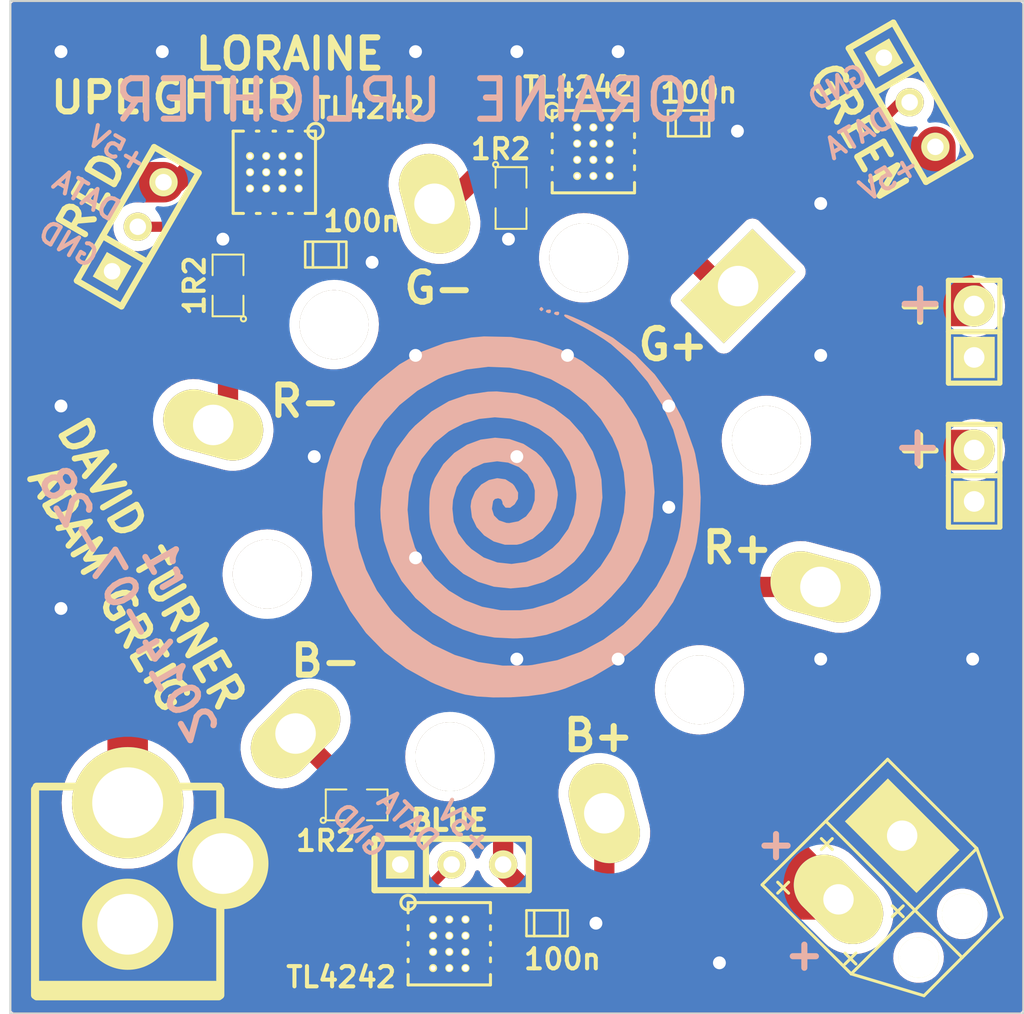
<source format=kicad_pcb>
(kicad_pcb (version 20221018) (generator pcbnew)
  (layers (0 "F.Cu" signal) (31 "B.Cu" signal) (34 "B.Paste" user) (35 "F.Paste" user) (36 "B.SilkS" user "B.Silkscreen") (37 "F.SilkS" user "F.Silkscreen") (38 "B.Mask" user) (39 "F.Mask" user) (44 "Edge.Cuts" user))
  (net 0 "")
  (net 1 "/LED_GREEN")
  (net 2 "/REF_GREEN")
  (net 3 "/REF_RED")
  (net 4 "/REF_BLUE")
  (net 5 "/LED_BLUE")
  (net 6 "/LED_RED")
  (net 7 "GND")
  (net 8 "Net-(K1-Pad2)")
  (net 9 "Net-(K2-Pad2)")
  (net 10 "Net-(K3-Pad2)")
  (net 11 "+5V")
  (net 12 "Net-(U1-Pad2)")
  (net 13 "Net-(U1-Pad5)")
  (net 14 "Net-(U1-Pad7)")
  (net 15 "Net-(U2-Pad2)")
  (net 16 "Net-(U2-Pad5)")
  (net 17 "Net-(U2-Pad7)")
  (net 18 "Net-(U3-Pad2)")
  (net 19 "Net-(U3-Pad5)")
  (net 20 "Net-(U3-Pad7)")
  (footprint "Connect:SIL-3" (layer "F.Cu") (at 106.29 111.148 60)
    (fp_text reference "K1" hide)
    (fp_text value "CONN_3" hide)
    (pad "1" thru_hole rect locked (at -2.54 0 60) (size 1.397 1.397) (drill 0.8128) (layers "*.Cu" "*.Mask" "F.SilkS") (net 7 "GND"))
    (pad "2" thru_hole circle locked (at 0 0 60) (size 1.397 1.397) (drill 0.8128) (layers "*.Cu" "*.Mask" "F.SilkS") (net 8 "Net-(K1-Pad2)"))
    (pad "3" thru_hole circle locked (at 2.54 0 60) (size 1.397 1.397) (drill 0.8128) (layers "*.Cu" "*.Mask" "F.SilkS") (net 11 "+5V"))
  )
  (footprint "Connect:SIL-3" (layer "F.Cu") (at 144.39 105 -60)
    (fp_text reference "K2" hide)
    (fp_text value "CONN_3" hide)
    (pad "1" thru_hole rect locked (at -2.54 0 300) (size 1.397 1.397) (drill 0.8128) (layers "*.Cu" "*.Mask" "F.SilkS") (net 7 "GND"))
    (pad "2" thru_hole circle locked (at 0 0 300) (size 1.397 1.397) (drill 0.8128) (layers "*.Cu" "*.Mask" "F.SilkS") (net 9 "Net-(K2-Pad2)"))
    (pad "3" thru_hole circle locked (at 2.54 0 300) (size 1.397 1.397) (drill 0.8128) (layers "*.Cu" "*.Mask" "F.SilkS") (net 11 "+5V"))
  )
  (footprint "Connect:SIL-3" (layer "F.Cu") (at 121.784 142.644)
    (fp_text reference "K3" hide)
    (fp_text value "CONN_3" hide)
    (pad "1" thru_hole rect locked (at -2.54 0) (size 1.397 1.397) (drill 0.8128) (layers "*.Cu" "*.Mask" "F.SilkS") (net 7 "GND"))
    (pad "2" thru_hole circle locked (at 0 0) (size 1.397 1.397) (drill 0.8128) (layers "*.Cu" "*.Mask" "F.SilkS") (net 10 "Net-(K3-Pad2)"))
    (pad "3" thru_hole circle locked (at 2.54 0) (size 1.397 1.397) (drill 0.8128) (layers "*.Cu" "*.Mask" "F.SilkS") (net 11 "+5V"))
  )
  (footprint "Capacitors_SMD:c_0805" (layer "F.Cu") (at 115.57 112.522 180)
    (fp_text reference "C1" hide)
    (fp_text value "100n" (at -1.778 1.651 180) (layer "F.SilkS") (effects (font (thickness 0.2))))
    (pad "1" smd rect (at 0.9525 0 180) (size 1.30048 1.4986) (layers "F.Cu" "F.Paste" "F.Mask") (net 11 "+5V"))
    (pad "2" smd rect (at -0.9525 0 180) (size 1.30048 1.4986) (layers "F.Cu" "F.Paste" "F.Mask") (net 7 "GND"))
  )
  (footprint "Capacitors_SMD:c_0805" (layer "F.Cu") (at 133.477 106.045 180)
    (fp_text reference "C2" hide)
    (fp_text value "100n" (at -0.508 1.524 180) (layer "F.SilkS") (effects (font (thickness 0.2))))
    (pad "1" smd rect (at 0.9525 0 180) (size 1.30048 1.4986) (layers "F.Cu" "F.Paste" "F.Mask") (net 11 "+5V"))
    (pad "2" smd rect (at -0.9525 0 180) (size 1.30048 1.4986) (layers "F.Cu" "F.Paste" "F.Mask") (net 7 "GND"))
  )
  (footprint "Capacitors_SMD:c_0805" (layer "F.Cu") (at 126.492 145.542 180)
    (fp_text reference "C3" hide)
    (fp_text value "100n" (at -0.762 -1.778 180) (layer "F.SilkS") (effects (font (thickness 0.2))))
    (pad "1" smd rect (at 0.9525 0 180) (size 1.30048 1.4986) (layers "F.Cu" "F.Paste" "F.Mask") (net 11 "+5V"))
    (pad "2" smd rect (at -0.9525 0 180) (size 1.30048 1.4986) (layers "F.Cu" "F.Paste" "F.Mask") (net 7 "GND"))
  )
  (footprint "Connect:BARREL_JACK" (layer "F.Cu") (at 105.791 145.796 90)
    (fp_text reference "CON1" hide)
    (fp_text value "BARREL_JACK" hide)
    (pad "1" thru_hole circle (at 6.20014 0 90) (size 5.5 5.5) (drill 3.5) (layers "*.Cu" "*.Mask" "F.SilkS") (net 11 "+5V"))
    (pad "2" thru_hole circle (at 0.20066 0 90) (size 4.5 4.5) (drill 3) (layers "*.Cu" "*.Mask" "F.SilkS") (net 7 "GND"))
    (pad "3" thru_hole circle (at 3.2004 4.699 90) (size 4.5 4.5) (drill 3) (layers "*.Cu" "*.Mask" "F.SilkS") (net 7 "GND"))
  )
  (footprint "Pin_Headers:Pin_Header_Straight_1x02" (layer "F.Cu") (at 147.574 123.444 90)
    (fp_text reference "P1" hide)
    (fp_text value "POWER_THRU" hide)
    (pad "1" thru_hole rect (at -1.27 0 90) (size 2.032 2.032) (drill 1.016) (layers "*.Cu" "*.Mask" "F.SilkS") (net 7 "GND"))
    (pad "2" thru_hole oval (at 1.27 0 90) (size 2.032 2.032) (drill 1.016) (layers "*.Cu" "*.Mask" "F.SilkS") (net 11 "+5V"))
  )
  (footprint "Pin_Headers:Pin_Header_Straight_1x02" (layer "F.Cu") (at 147.574 116.332 90)
    (fp_text reference "P2" hide)
    (fp_text value "POWER" hide)
    (pad "1" thru_hole rect (at -1.27 0 90) (size 2.032 2.032) (drill 1.016) (layers "*.Cu" "*.Mask" "F.SilkS") (net 7 "GND"))
    (pad "2" thru_hole oval (at 1.27 0 90) (size 2.032 2.032) (drill 1.016) (layers "*.Cu" "*.Mask" "F.SilkS") (net 11 "+5V"))
  )
  (footprint "solder_pad:SIL-2" (layer "F.Cu") (at 142.494 142.748 -135)
    (fp_text reference "P3" hide)
    (fp_text value "SOLDER_PAD" hide)
    (fp_text user "+" (at 0.762 2.413 225) (layer "F.SilkS"))
    (fp_text user "+" (at 3.937 -2.413 225) (layer "F.SilkS"))
    (fp_text user "+" (at 3.81 2.413 225) (layer "F.SilkS"))
    (fp_text user "+" (at 0.635 -2.413 225) (layer "F.SilkS"))
    (pad "" np_thru_hole circle (at -1.524 -4.826 225) (size 2 2) (drill 2) (layers "*.Cu" "*.Mask" "F.SilkS"))
    (pad "" np_thru_hole circle (at 1.524 -4.826 225) (size 2 2) (drill 2) (layers "*.Cu" "*.Mask" "F.SilkS"))
    (pad "1" thru_hole rect (at -2.159 0 225) (size 3 5) (drill 1.5) (layers "*.Cu" "*.Mask" "F.SilkS") (net 7 "GND"))
    (pad "2" thru_hole oval (at 2.286 0 225) (size 3 5) (drill 1.5) (layers "*.Cu" "*.Mask" "F.SilkS") (net 11 "+5V"))
  )
  (footprint "SMD_Packages:SM0805" (layer "F.Cu") (at 124.714 109.728 -90)
    (fp_text reference "R1" hide)
    (fp_text value "1R2" (at -2.413 0.508) (layer "F.SilkS") (effects (font (thickness 0.2))))
    (pad "1" smd rect (at -0.9525 0 270) (size 0.889 1.397) (layers "F.Cu" "F.Paste" "F.Mask") (net 2 "/REF_GREEN"))
    (pad "2" smd rect (at 0.9525 0 270) (size 0.889 1.397) (layers "F.Cu" "F.Paste" "F.Mask") (net 7 "GND"))
  )
  (footprint "SMD_Packages:SM0805" (layer "F.Cu") (at 110.744 114.046 90)
    (fp_text reference "R2" hide)
    (fp_text value "1R2" (at 0 -1.651 90) (layer "F.SilkS") (effects (font (thickness 0.2))))
    (pad "1" smd rect (at -0.9525 0 90) (size 0.889 1.397) (layers "F.Cu" "F.Paste" "F.Mask") (net 3 "/REF_RED"))
    (pad "2" smd rect (at 0.9525 0 90) (size 0.889 1.397) (layers "F.Cu" "F.Paste" "F.Mask") (net 7 "GND"))
  )
  (footprint "SMD_Packages:SM0805" (layer "F.Cu") (at 117.094 139.7)
    (fp_text reference "R3" hide)
    (fp_text value "1R2" (at -1.524 1.778) (layer "F.SilkS") (effects (font (thickness 0.2))))
    (pad "1" smd rect (at -0.9525 0) (size 0.889 1.397) (layers "F.Cu" "F.Paste" "F.Mask") (net 4 "/REF_BLUE"))
    (pad "2" smd rect (at 0.9525 0) (size 0.889 1.397) (layers "F.Cu" "F.Paste" "F.Mask") (net 7 "GND"))
  )
  (footprint "8-son:8-SON" (layer "F.Cu") (at 113.03 108.458 -90)
    (fp_text reference "U1" hide)
    (fp_text value "TL4242" (at -3.175 -4.699) (layer "F.SilkS") (effects (font (thickness 0.2))))
    (pad "1" smd rect (at -1.925 -1.2) (size 0.35 0.95) (layers "F.Cu" "F.Paste" "F.Mask") (net 8 "Net-(K1-Pad2)"))
    (pad "2" smd rect (at -1.925 -0.4) (size 0.35 0.95) (layers "F.Cu" "F.Paste" "F.Mask") (net 12 "Net-(U1-Pad2)"))
    (pad "3" smd rect (at -1.925 0.4) (size 0.35 0.95) (layers "F.Cu" "F.Paste" "F.Mask") (net 7 "GND"))
    (pad "4" smd rect (at -1.925 1.2) (size 0.35 0.95) (layers "F.Cu" "F.Paste" "F.Mask") (net 3 "/REF_RED"))
    (pad "5" smd rect (at 1.925 1.2) (size 0.35 0.95) (layers "F.Cu" "F.Paste" "F.Mask") (net 13 "Net-(U1-Pad5)"))
    (pad "6" smd rect (at 1.925 0.4) (size 0.35 0.95) (layers "F.Cu" "F.Paste" "F.Mask") (net 6 "/LED_RED"))
    (pad "7" smd rect (at 1.925 -0.4) (size 0.35 0.95) (layers "F.Cu" "F.Paste" "F.Mask") (net 14 "Net-(U1-Pad7)"))
    (pad "8" smd rect (at 1.925 -1.2) (size 0.35 0.95) (layers "F.Cu" "F.Paste" "F.Mask") (net 11 "+5V"))
    (pad "9" thru_hole circle (at -0.8 -1.2 270) (size 0.4 0.4) (drill 0.3) (layers "*.Cu" "*.Mask" "F.SilkS") (net 7 "GND"))
    (pad "9" thru_hole circle (at -0.8 -0.4 270) (size 0.4 0.4) (drill 0.3) (layers "*.Cu" "*.Mask" "F.SilkS") (net 7 "GND"))
    (pad "9" thru_hole circle (at -0.8 0.4 270) (size 0.4 0.4) (drill 0.3) (layers "*.Cu" "*.Mask" "F.SilkS") (net 7 "GND"))
    (pad "9" thru_hole circle (at -0.8 1.2 270) (size 0.4 0.4) (drill 0.25) (layers "*.Cu" "*.Mask" "F.SilkS") (net 7 "GND"))
    (pad "9" thru_hole circle (at 0 -1.2 270) (size 0.4 0.4) (drill 0.3) (layers "*.Cu" "*.Mask" "F.SilkS") (net 7 "GND"))
    (pad "9" thru_hole circle (at 0 -0.4 270) (size 0.4 0.4) (drill 0.3) (layers "*.Cu" "*.Mask" "F.SilkS") (net 7 "GND"))
    (pad "9" smd rect (at 0 0 270) (size 2.2 3) (layers "B.Cu" "B.Mask") (net 7 "GND"))
    (pad "9" smd rect (at 0 0) (size 3 2.2) (layers "F.Cu" "F.Paste" "F.Mask") (net 7 "GND"))
    (pad "9" thru_hole circle (at 0 0.4 270) (size 0.4 0.4) (drill 0.3) (layers "*.Cu" "*.Mask" "F.SilkS") (net 7 "GND"))
    (pad "9" thru_hole circle (at 0 1.2 270) (size 0.4 0.4) (drill 0.3) (layers "*.Cu" "*.Mask" "F.SilkS") (net 7 "GND"))
    (pad "9" thru_hole circle (at 0.8 -1.2 270) (size 0.4 0.4) (drill 0.3) (layers "*.Cu" "*.Mask" "F.SilkS") (net 7 "GND"))
    (pad "9" thru_hole circle (at 0.8 -0.4 270) (size 0.4 0.4) (drill 0.3) (layers "*.Cu" "*.Mask" "F.SilkS") (net 7 "GND"))
    (pad "9" thru_hole circle (at 0.8 0.4 270) (size 0.4 0.4) (drill 0.3) (layers "*.Cu" "*.Mask" "F.SilkS") (net 7 "GND"))
    (pad "9" thru_hole circle (at 0.8 1.2 270) (size 0.4 0.4) (drill 0.3) (layers "*.Cu" "*.Mask" "F.SilkS") (net 7 "GND"))
  )
  (footprint "8-son:8-SON" (layer "F.Cu") (at 128.778 107.442)
    (fp_text reference "U2" hide)
    (fp_text value "TL4242" (at -0.762 -3.175) (layer "F.SilkS") (effects (font (thickness 0.2))))
    (pad "1" smd rect (at -1.925 -1.2 90) (size 0.35 0.95) (layers "F.Cu" "F.Paste" "F.Mask") (net 9 "Net-(K2-Pad2)"))
    (pad "2" smd rect (at -1.925 -0.4 90) (size 0.35 0.95) (layers "F.Cu" "F.Paste" "F.Mask") (net 15 "Net-(U2-Pad2)"))
    (pad "3" smd rect (at -1.925 0.4 90) (size 0.35 0.95) (layers "F.Cu" "F.Paste" "F.Mask") (net 7 "GND"))
    (pad "4" smd rect (at -1.925 1.2 90) (size 0.35 0.95) (layers "F.Cu" "F.Paste" "F.Mask") (net 2 "/REF_GREEN"))
    (pad "5" smd rect (at 1.925 1.2 90) (size 0.35 0.95) (layers "F.Cu" "F.Paste" "F.Mask") (net 16 "Net-(U2-Pad5)"))
    (pad "6" smd rect (at 1.925 0.4 90) (size 0.35 0.95) (layers "F.Cu" "F.Paste" "F.Mask") (net 1 "/LED_GREEN"))
    (pad "7" smd rect (at 1.925 -0.4 90) (size 0.35 0.95) (layers "F.Cu" "F.Paste" "F.Mask") (net 17 "Net-(U2-Pad7)"))
    (pad "8" smd rect (at 1.925 -1.2 90) (size 0.35 0.95) (layers "F.Cu" "F.Paste" "F.Mask") (net 11 "+5V"))
    (pad "9" thru_hole circle (at -0.8 -1.2) (size 0.4 0.4) (drill 0.3) (layers "*.Cu" "*.Mask" "F.SilkS") (net 7 "GND"))
    (pad "9" thru_hole circle (at -0.8 -0.4) (size 0.4 0.4) (drill 0.3) (layers "*.Cu" "*.Mask" "F.SilkS") (net 7 "GND"))
    (pad "9" thru_hole circle (at -0.8 0.4) (size 0.4 0.4) (drill 0.3) (layers "*.Cu" "*.Mask" "F.SilkS") (net 7 "GND"))
    (pad "9" thru_hole circle (at -0.8 1.2) (size 0.4 0.4) (drill 0.25) (layers "*.Cu" "*.Mask" "F.SilkS") (net 7 "GND"))
    (pad "9" thru_hole circle (at 0 -1.2) (size 0.4 0.4) (drill 0.3) (layers "*.Cu" "*.Mask" "F.SilkS") (net 7 "GND"))
    (pad "9" thru_hole circle (at 0 -0.4) (size 0.4 0.4) (drill 0.3) (layers "*.Cu" "*.Mask" "F.SilkS") (net 7 "GND"))
    (pad "9" smd rect (at 0 0) (size 2.2 3) (layers "B.Cu" "B.Mask") (net 7 "GND"))
    (pad "9" smd rect (at 0 0 90) (size 3 2.2) (layers "F.Cu" "F.Paste" "F.Mask") (net 7 "GND"))
    (pad "9" thru_hole circle (at 0 0.4) (size 0.4 0.4) (drill 0.3) (layers "*.Cu" "*.Mask" "F.SilkS") (net 7 "GND"))
    (pad "9" thru_hole circle (at 0 1.2) (size 0.4 0.4) (drill 0.3) (layers "*.Cu" "*.Mask" "F.SilkS") (net 7 "GND"))
    (pad "9" thru_hole circle (at 0.8 -1.2) (size 0.4 0.4) (drill 0.3) (layers "*.Cu" "*.Mask" "F.SilkS") (net 7 "GND"))
    (pad "9" thru_hole circle (at 0.8 -0.4) (size 0.4 0.4) (drill 0.3) (layers "*.Cu" "*.Mask" "F.SilkS") (net 7 "GND"))
    (pad "9" thru_hole circle (at 0.8 0.4) (size 0.4 0.4) (drill 0.3) (layers "*.Cu" "*.Mask" "F.SilkS") (net 7 "GND"))
    (pad "9" thru_hole circle (at 0.8 1.2) (size 0.4 0.4) (drill 0.3) (layers "*.Cu" "*.Mask" "F.SilkS") (net 7 "GND"))
  )
  (footprint "8-son:8-SON" (layer "F.Cu") (at 121.666 146.558)
    (fp_text reference "U3" hide)
    (fp_text value "TL4242" (at -5.334 1.651 180) (layer "F.SilkS") (effects (font (thickness 0.2))))
    (pad "1" smd rect (at -1.925 -1.2 90) (size 0.35 0.95) (layers "F.Cu" "F.Paste" "F.Mask") (net 10 "Net-(K3-Pad2)"))
    (pad "2" smd rect (at -1.925 -0.4 90) (size 0.35 0.95) (layers "F.Cu" "F.Paste" "F.Mask") (net 18 "Net-(U3-Pad2)"))
    (pad "3" smd rect (at -1.925 0.4 90) (size 0.35 0.95) (layers "F.Cu" "F.Paste" "F.Mask") (net 7 "GND"))
    (pad "4" smd rect (at -1.925 1.2 90) (size 0.35 0.95) (layers "F.Cu" "F.Paste" "F.Mask") (net 4 "/REF_BLUE"))
    (pad "5" smd rect (at 1.925 1.2 90) (size 0.35 0.95) (layers "F.Cu" "F.Paste" "F.Mask") (net 19 "Net-(U3-Pad5)"))
    (pad "6" smd rect (at 1.925 0.4 90) (size 0.35 0.95) (layers "F.Cu" "F.Paste" "F.Mask") (net 5 "/LED_BLUE"))
    (pad "7" smd rect (at 1.925 -0.4 90) (size 0.35 0.95) (layers "F.Cu" "F.Paste" "F.Mask") (net 20 "Net-(U3-Pad7)"))
    (pad "8" smd rect (at 1.925 -1.2 90) (size 0.35 0.95) (layers "F.Cu" "F.Paste" "F.Mask") (net 11 "+5V"))
    (pad "9" thru_hole circle (at -0.8 -1.2) (size 0.4 0.4) (drill 0.3) (layers "*.Cu" "*.Mask" "F.SilkS") (net 7 "GND"))
    (pad "9" thru_hole circle (at -0.8 -0.4) (size 0.4 0.4) (drill 0.3) (layers "*.Cu" "*.Mask" "F.SilkS") (net 7 "GND"))
    (pad "9" thru_hole circle (at -0.8 0.4) (size 0.4 0.4) (drill 0.3) (layers "*.Cu" "*.Mask" "F.SilkS") (net 7 "GND"))
    (pad "9" thru_hole circle (at -0.8 1.2) (size 0.4 0.4) (drill 0.25) (layers "*.Cu" "*.Mask" "F.SilkS") (net 7 "GND"))
    (pad "9" thru_hole circle (at 0 -1.2) (size 0.4 0.4) (drill 0.3) (layers "*.Cu" "*.Mask" "F.SilkS") (net 7 "GND"))
    (pad "9" thru_hole circle (at 0 -0.4) (size 0.4 0.4) (drill 0.3) (layers "*.Cu" "*.Mask" "F.SilkS") (net 7 "GND"))
    (pad "9" smd rect (at 0 0) (size 2.2 3) (layers "B.Cu" "B.Mask") (net 7 "GND"))
    (pad "9" smd rect (at 0 0 90) (size 3 2.2) (layers "F.Cu" "F.Paste" "F.Mask") (net 7 "GND"))
    (pad "9" thru_hole circle (at 0 0.4) (size 0.4 0.4) (drill 0.3) (layers "*.Cu" "*.Mask" "F.SilkS") (net 7 "GND"))
    (pad "9" thru_hole circle (at 0 1.2) (size 0.4 0.4) (drill 0.3) (layers "*.Cu" "*.Mask" "F.SilkS") (net 7 "GND"))
    (pad "9" thru_hole circle (at 0.8 -1.2) (size 0.4 0.4) (drill 0.3) (layers "*.Cu" "*.Mask" "F.SilkS") (net 7 "GND"))
    (pad "9" thru_hole circle (at 0.8 -0.4) (size 0.4 0.4) (drill 0.3) (layers "*.Cu" "*.Mask" "F.SilkS") (net 7 "GND"))
    (pad "9" thru_hole circle (at 0.8 0.4) (size 0.4 0.4) (drill 0.3) (layers "*.Cu" "*.Mask" "F.SilkS") (net 7 "GND"))
    (pad "9" thru_hole circle (at 0.8 1.2) (size 0.4 0.4) (drill 0.3) (layers "*.Cu" "*.Mask" "F.SilkS") (net 7 "GND"))
  )
  (footprint "heatsunk_star_led:heatsunk_star_led_board" (layer "F.Cu") (at 125 125)
    (fp_text reference "D1" hide)
    (fp_text value "STAR_LED" hide)
    (pad "" thru_hole circle locked (at -12.319 3.302) (size 3.4 3.4) (drill 3.4) (layers "*.Cu" "*.Mask" "F.SilkS"))
    (pad "" thru_hole circle locked (at -9.017 -9.017) (size 3.4 3.4) (drill 3.4) (layers "*.Cu" "*.Mask" "F.SilkS"))
    (pad "" thru_hole circle locked (at -3.302 12.319) (size 3.4 3.4) (drill 3.4) (layers "*.Cu" "*.Mask" "F.SilkS"))
    (pad "" thru_hole circle locked (at 3.302 -12.319) (size 3.4 3.4) (drill 3.4) (layers "*.Cu" "*.Mask" "F.SilkS"))
    (pad "" thru_hole circle locked (at 9.017 9.017) (size 3.4 3.4) (drill 3.4) (layers "*.Cu" "*.Mask" "F.SilkS"))
    (pad "" thru_hole circle locked (at 12.319 -3.302) (size 3.4 3.4) (drill 3.4) (layers "*.Cu" "*.Mask" "F.SilkS"))
    (pad "1" thru_hole rect locked (at 10.922 -10.922 315) (size 3 5) (drill 2) (layers "*.Cu" "*.Mask" "F.SilkS") (net 1 "/LED_GREEN"))
    (pad "2" thru_hole oval locked (at 14.986 3.937 75) (size 3 5) (drill 2) (layers "*.Cu" "*.Mask" "F.SilkS") (net 6 "/LED_RED"))
    (pad "3" thru_hole oval locked (at 4.318 15.113 15) (size 3 5) (drill 2) (layers "*.Cu" "*.Mask" "F.SilkS") (net 5 "/LED_BLUE"))
    (pad "4" thru_hole oval locked (at -10.922 11.176 315) (size 3 5) (drill 2) (layers "*.Cu" "*.Mask" "F.SilkS") (net 4 "/REF_BLUE"))
    (pad "5" thru_hole oval locked (at -14.986 -4.064 75) (size 3 5) (drill 2) (layers "*.Cu" "*.Mask" "F.SilkS") (net 3 "/REF_RED"))
    (pad "6" thru_hole oval locked (at -4.064 -14.986 15) (size 3 5) (drill 2) (layers "*.Cu" "*.Mask" "F.SilkS") (net 2 "/REF_GREEN"))
  )
  (footprint "hypnospiral:hypnospiral_lessbig" (layer "B.Cu") (at 124.333 124.714)
    (fp_text reference "G***" hide)
    (fp_text value "LOGO" hide)
  )
  (gr_line (start 100 100) (end 150 100) (stroke (width 0.1)) (layer "Edge.Cuts"))
  (gr_line (start 150 150) (end 100 150) (stroke (width 0.1)) (layer "Edge.Cuts"))
  (gr_line (start 100 150) (end 100 100) (stroke (width 0.1)) (layer "Edge.Cuts"))
  (gr_line (start 150 100) (end 150 150) (stroke (width 0.1)) (layer "Edge.Cuts"))
  (gr_text "+" (at 144.78 121.92) (layer "B.SilkS") (effects (font (size 2 2) (thickness 0.3)) (justify mirror)))
  (gr_text "LORAINE UPLIGHTER" (at 120.142 104.902) (layer "B.SilkS") (effects (font (size 2 2) (thickness 0.3)) (justify mirror)))
  (gr_text "GND" (at 102.87 112.014 330) (layer "B.SilkS") (effects (font (size 1 1) (thickness 0.2)) (justify mirror)))
  (gr_text "+5V" (at 143.383 108.712 30) (layer "B.SilkS") (effects (font (size 1 1) (thickness 0.2)) (justify mirror)))
  (gr_text "r1" (at 107.696 127.889 300) (layer "B.SilkS") (effects (font (size 1.5 1.5) (thickness 0.3)) (justify mirror)))
  (gr_text "DATA" (at 141.859 106.553 30) (layer "B.SilkS") (effects (font (size 1 1) (thickness 0.2)) (justify mirror)))
  (gr_text "GND" (at 117.221 140.97 315) (layer "B.SilkS") (effects (font (size 1 1) (thickness 0.2)) (justify mirror)))
  (gr_text "DATA" (at 119.634 140.462 315) (layer "B.SilkS") (effects (font (size 1 1) (thickness 0.2)) (justify mirror)))
  (gr_text "+" (at 144.907 114.808) (layer "B.SilkS") (effects (font (size 2 2) (thickness 0.3)) (justify mirror)))
  (gr_text "GND" (at 140.843 104.267 30) (layer "B.SilkS") (effects (font (size 1 1) (thickness 0.2)) (justify mirror)))
  (gr_text "+" (at 139.192 147.066) (layer "B.SilkS") (effects (font (size 1.5 1.5) (thickness 0.3)) (justify mirror)))
  (gr_text "+5V" (at 105.283 107.315 330) (layer "B.SilkS") (effects (font (size 1 1) (thickness 0.2)) (justify mirror)))
  (gr_text "2014-07-28" (at 105.791 129.794 300) (layer "B.SilkS") (effects (font (size 1.5 1.5) (thickness 0.3)) (justify mirror)))
  (gr_text "DATA" (at 103.759 109.601 330) (layer "B.SilkS") (effects (font (size 1 1) (thickness 0.2)) (justify mirror)))
  (gr_text "+" (at 137.795 141.605) (layer "B.SilkS") (effects (font (size 1.5 1.5) (thickness 0.3)) (justify mirror)))
  (gr_text "+5V" (at 122.428 140.843 315) (layer "B.SilkS") (effects (font (size 1 1) (thickness 0.2)) (justify mirror)))
  (gr_text "B+" (at 129.032 136.271) (layer "F.SilkS") (effects (font (size 1.5 1.5) (thickness 0.3))))
  (gr_text "B-" (at 115.57 132.588) (layer "F.SilkS") (effects (font (size 1.5 1.5) (thickness 0.3))))
  (gr_text "GREEN" (at 141.859 106.426 300) (layer "F.SilkS") (effects (font (size 1.5 1.5) (thickness 0.3))))
  (gr_text "+" (at 144.907 114.935) (layer "F.SilkS") (effects (font (size 2 2) (thickness 0.3))))
  (gr_text "G-" (at 121.158 114.173) (layer "F.SilkS") (effects (font (size 1.5 1.5) (thickness 0.3))))
  (gr_text "DAVID TURNER\nADAM GREIG" (at 105.918 128.397 300) (layer "F.SilkS") (effects (font (size 1.5 1.5) (thickness 0.3))))
  (gr_text "R+" (at 135.89 127) (layer "F.SilkS") (effects (font (size 1.5 1.5) (thickness 0.3))))
  (gr_text "G+" (at 132.715 116.967) (layer "F.SilkS") (effects (font (size 1.5 1.5) (thickness 0.3))))
  (gr_text "+" (at 144.907 122.047) (layer "F.SilkS") (effects (font (size 2 2) (thickness 0.3))))
  (gr_text "UPLIGHTER" (at 108.077 104.775) (layer "F.SilkS") (effects (font (size 1.5 1.5) (thickness 0.3))))
  (gr_text "R-" (at 114.554 119.761) (layer "F.SilkS") (effects (font (size 1.5 1.5) (thickness 0.3))))
  (gr_text "LORAINE" (at 113.792 102.616) (layer "F.SilkS") (effects (font (size 1.5 1.5) (thickness 0.3))))
  (gr_text "BLUE" (at 121.666 140.462) (layer "F.SilkS") (effects (font (size 1 1) (thickness 0.25))))
  (gr_text "RED" (at 104.013 109.601 60) (layer "F.SilkS") (effects (font (size 1.5 1.5) (thickness 0.3))))
  (segment (start 132.08 111.125) (end 135.033 114.078) (width 1) (layer "F.Cu") (net 1))
  (segment (start 132.08 111.125) (end 132.08 107.823) (width 1) (layer "F.Cu") (net 1))
  (segment (start 132.08 107.842) (end 132.08 107.823) (width 0.5) (layer "F.Cu") (net 1))
  (segment (start 130.703 107.842) (end 132.08 107.842) (width 0.5) (layer "F.Cu") (net 1))
  (segment (start 135.922 114.078) (end 135.033 114.078) (width 1) (layer "F.Cu") (net 1))
  (segment (start 121.634 110.014) (end 122.8725 108.7755) (width 1) (layer "F.Cu") (net 2))
  (segment (start 122.8725 108.7755) (end 124.714 108.7755) (width 1) (layer "F.Cu") (net 2))
  (segment (start 124.8475 108.642) (end 124.714 108.7755) (width 0.5) (layer "F.Cu") (net 2))
  (segment (start 126.853 108.642) (end 124.8475 108.642) (width 0.5) (layer "F.Cu") (net 2))
  (segment (start 120.936 110.014) (end 121.634 110.014) (width 1) (layer "F.Cu") (net 2))
  (segment (start 110.744 120.206) (end 110.014 120.936) (width 1) (layer "F.Cu") (net 3))
  (segment (start 110.2995 114.9985) (end 109.22 113.919) (width 0.5) (layer "F.Cu") (net 3))
  (segment (start 109.22 113.919) (end 109.22 111.252) (width 0.5) (layer "F.Cu") (net 3))
  (segment (start 109.22 111.252) (end 109.982 110.49) (width 0.5) (layer "F.Cu") (net 3))
  (segment (start 109.982 110.49) (end 110.617 110.49) (width 0.5) (layer "F.Cu") (net 3))
  (segment (start 110.617 110.49) (end 110.998 110.109) (width 0.5) (layer "F.Cu") (net 3))
  (segment (start 110.998 110.109) (end 110.998 106.807) (width 0.5) (layer "F.Cu") (net 3))
  (segment (start 110.998 106.807) (end 111.272 106.533) (width 0.5) (layer "F.Cu") (net 3))
  (segment (start 111.272 106.533) (end 111.83 106.533) (width 0.5) (layer "F.Cu") (net 3))
  (segment (start 110.744 114.9985) (end 110.744 120.206) (width 1) (layer "F.Cu") (net 3))
  (segment (start 110.744 114.9985) (end 110.2995 114.9985) (width 0.5) (layer "F.Cu") (net 3))
  (segment (start 116.1415 138.2395) (end 114.078 136.176) (width 1) (layer "F.Cu") (net 4))
  (segment (start 116.1415 145.3515) (end 118.548 147.758) (width 0.5) (layer "F.Cu") (net 4))
  (segment (start 118.548 147.758) (end 119.741 147.758) (width 0.5) (layer "F.Cu") (net 4))
  (segment (start 116.1415 139.7) (end 116.1415 145.3515) (width 0.5) (layer "F.Cu") (net 4))
  (segment (start 116.1415 139.7) (end 116.1415 138.2395) (width 1) (layer "F.Cu") (net 4))
  (segment (start 129.318 143.542) (end 130.556 144.78) (width 1) (layer "F.Cu") (net 5))
  (segment (start 130.556 144.78) (end 130.556 146.304) (width 1) (layer "F.Cu") (net 5))
  (segment (start 130.556 146.304) (end 129.54 147.32) (width 1) (layer "F.Cu") (net 5))
  (segment (start 129.54 147.32) (end 125.222 147.32) (width 1) (layer "F.Cu") (net 5))
  (segment (start 125.222 147.32) (end 124.968 147.066) (width 1) (layer "F.Cu") (net 5))
  (segment (start 124.86 146.958) (end 124.968 147.066) (width 0.5) (layer "F.Cu") (net 5))
  (segment (start 123.591 146.958) (end 124.86 146.958) (width 0.5) (layer "F.Cu") (net 5))
  (segment (start 129.318 143.542) (end 129.318 140.113) (width 1) (layer "F.Cu") (net 5))
  (segment (start 123.984 128.937) (end 112.649 117.602) (width 1) (layer "F.Cu") (net 6))
  (segment (start 112.649 117.602) (end 112.649 111.887) (width 1) (layer "F.Cu") (net 6))
  (segment (start 112.649 110.402) (end 112.63 110.383) (width 0.5) (layer "F.Cu") (net 6))
  (segment (start 123.984 128.937) (end 139.986 128.937) (width 1) (layer "F.Cu") (net 6))
  (segment (start 112.649 110.402) (end 112.649 111.887) (width 0.5) (layer "F.Cu") (net 6))
  (segment (start 118.11 139.7) (end 119.244 140.834) (width 1) (layer "F.Cu") (net 7))
  (segment (start 119.244 140.834) (end 119.244 142.644) (width 1) (layer "F.Cu") (net 7))
  (segment (start 121.266 146.958) (end 121.666 146.558) (width 0.5) (layer "F.Cu") (net 7))
  (segment (start 112.63 108.058) (end 113.03 108.458) (width 0.5) (layer "F.Cu") (net 7))
  (segment (start 110.744 112.014) (end 110.49 111.76) (width 1) (layer "F.Cu") (net 7))
  (segment (start 124.714 111.633) (end 124.587 111.76) (width 1) (layer "F.Cu") (net 7))
  (segment (start 128.378 107.842) (end 128.778 107.442) (width 0.5) (layer "F.Cu") (net 7))
  (segment (start 102.5 102.5) (end 107.5 102.5) (width 0.5) (layer "F.Cu") (net 7))
  (segment (start 120 102.5) (end 125 102.5) (width 0.5) (layer "F.Cu") (net 7))
  (segment (start 124.587 112.087) (end 120 116.674) (width 0.5) (layer "F.Cu") (net 7))
  (segment (start 120 116.674) (end 120 117.5) (width 0.5) (layer "F.Cu") (net 7))
  (segment (start 102.5 120) (end 102.5 130) (width 0.5) (layer "F.Cu") (net 7))
  (segment (start 132.5 120) (end 132.5 125) (width 0.5) (layer "F.Cu") (net 7))
  (segment (start 135 120) (end 137.5 117.5) (width 0.5) (layer "F.Cu") (net 7))
  (segment (start 137.5 117.5) (end 140 117.5) (width 0.5) (layer "F.Cu") (net 7))
  (segment (start 117.475 112.522) (end 117.856 112.903) (width 0.75) (layer "F.Cu") (net 7))
  (segment (start 135.509 106.045) (end 135.89 106.426) (width 0.75) (layer "F.Cu") (net 7))
  (segment (start 124.587 111.76) (end 124.587 112.087) (width 0.5) (layer "F.Cu") (net 7))
  (segment (start 132.5 120) (end 135 120) (width 0.5) (layer "F.Cu") (net 7))
  (segment (start 119.741 146.958) (end 121.266 146.958) (width 0.5) (layer "F.Cu") (net 7))
  (segment (start 116.5225 112.522) (end 117.475 112.522) (width 0.75) (layer "F.Cu") (net 7))
  (segment (start 110.744 112.014) (end 110.744 113.0935) (width 1) (layer "F.Cu") (net 7))
  (segment (start 126.853 107.842) (end 128.378 107.842) (width 0.5) (layer "F.Cu") (net 7))
  (segment (start 127.4445 145.542) (end 128.905 145.542) (width 0.75) (layer "F.Cu") (net 7))
  (segment (start 112.63 106.533) (end 112.63 108.058) (width 0.5) (layer "F.Cu") (net 7))
  (segment (start 124.714 110.6805) (end 124.714 111.633) (width 1) (layer "F.Cu") (net 7))
  (segment (start 118.0465 139.7) (end 118.11 139.7) (width 1) (layer "F.Cu") (net 7))
  (segment (start 125 132.5) (end 130 132.5) (width 0.5) (layer "F.Cu") (net 7))
  (segment (start 134.4295 106.045) (end 135.509 106.045) (width 0.75) (layer "F.Cu") (net 7))
  (segment (start 120 117.5) (end 127.5 117.5) (width 0.5) (layer "F.Cu") (net 7))
  (via (at 120 117.5) (size 1.26) (drill 0.635) (layers "F.Cu" "B.Cu") (net 7))
  (via (at 125 132.5) (size 1.26) (drill 0.635) (layers "F.Cu" "B.Cu") (net 7))
  (via (at 140 117.5) (size 1.26) (drill 0.635) (layers "F.Cu" "B.Cu") (net 7))
  (via (at 120 102.5) (size 1.26) (drill 0.635) (layers "F.Cu" "B.Cu") (net 7))
  (via (at 107.5 102.5) (size 1.26) (drill 0.635) (layers "F.Cu" "B.Cu") (net 7))
  (via (at 140 132.5) (size 1.26) (drill 0.635) (layers "F.Cu" "B.Cu") (net 7))
  (via (at 130 102.5) (size 1.26) (drill 0.635) (layers "F.Cu" "B.Cu") (net 7))
  (via (at 140 110) (size 1.26) (drill 0.635) (layers "F.Cu" "B.Cu") (net 7))
  (via (at 127.5 117.5) (size 1.26) (drill 0.635) (layers "F.Cu" "B.Cu") (net 7))
  (via (at 117.856 112.903) (size 1.26) (drill 0.635) (layers "F.Cu" "B.Cu") (net 7))
  (via (at 110.49 111.76) (size 1.26) (drill 0.635) (layers "F.Cu" "B.Cu") (net 7))
  (via (at 102.5 102.5) (size 1.26) (drill 0.635) (layers "F.Cu" "B.Cu") (net 7))
  (via (at 102.5 130) (size 1.26) (drill 0.635) (layers "F.Cu" "B.Cu") (net 7))
  (via (at 130 132.5) (size 1.26) (drill 0.635) (layers "F.Cu" "B.Cu") (net 7))
  (via (at 147.5 132.5) (size 1.26) (drill 0.635) (layers "F.Cu" "B.Cu") (net 7))
  (via (at 115 122.5) (size 1.26) (drill 0.635) (layers "F.Cu" "B.Cu") (net 7))
  (via (at 120 127.5) (size 1.26) (drill 0.635) (layers "F.Cu" "B.Cu") (net 7))
  (via (at 125 102.5) (size 1.26) (drill 0.635) (layers "F.Cu" "B.Cu") (net 7))
  (via (at 125 122.5) (size 1.26) (drill 0.635) (layers "F.Cu" "B.Cu") (net 7))
  (via (at 135.89 106.426) (size 1.26) (drill 0.635) (layers "F.Cu" "B.Cu") (net 7))
  (via (at 132.5 125) (size 1.26) (drill 0.635) (layers "F.Cu" "B.Cu") (net 7))
  (via (at 135 147.5) (size 1.26) (drill 0.635) (layers "F.Cu" "B.Cu") (net 7))
  (via (at 124.587 111.76) (size 1.26) (drill 0.635) (layers "F.Cu" "B.Cu") (net 7))
  (via (at 128.905 145.542) (size 1.26) (drill 0.635) (layers "F.Cu" "B.Cu") (net 7))
  (via (at 132.5 120) (size 1.26) (drill 0.635) (layers "F.Cu" "B.Cu") (net 7))
  (via (at 102.5 120) (size 1.26) (drill 0.635) (layers "F.Cu" "B.Cu") (net 7))
  (segment (start 103.347705 113.347705) (end 102.5 112.5) (width 0.5) (layer "B.Cu") (net 7))
  (segment (start 102.5 112.5) (end 102.5 102.5) (width 0.5) (layer "B.Cu") (net 7))
  (segment (start 107.5 102.5) (end 120 102.5) (width 0.5) (layer "B.Cu") (net 7))
  (segment (start 125 102.5) (end 130 102.5) (width 0.5) (layer "B.Cu") (net 7))
  (segment (start 144.020644 140.979356) (end 147.5 137.5) (width 0.5) (layer "B.Cu") (net 7))
  (segment (start 147.5 137.5) (end 147.5 132.5) (width 0.5) (layer "B.Cu") (net 7))
  (segment (start 112.5 125) (end 107.5 125) (width 0.5) (layer "B.Cu") (net 7))
  (segment (start 107.5 125) (end 102.5 120) (width 0.5) (layer "B.Cu") (net 7))
  (segment (start 124.058 146.558) (end 125 147.5) (width 0.5) (layer "B.Cu") (net 7))
  (segment (start 125 147.5) (end 135 147.5) (width 0.5) (layer "B.Cu") (net 7))
  (segment (start 132.5 145) (end 132.5 137.5) (width 0.5) (layer "B.Cu") (net 7))
  (segment (start 132.5 137.5) (end 130 135) (width 0.5) (layer "B.Cu") (net 7))
  (segment (start 130 135) (end 130 132.5) (width 0.5) (layer "B.Cu") (net 7))
  (segment (start 132.5 130) (end 135 130) (width 0.5) (layer "B.Cu") (net 7))
  (segment (start 135 130) (end 137.5 132.5) (width 0.5) (layer "B.Cu") (net 7))
  (segment (start 140 132.5) (end 137.5 132.5) (width 0.5) (layer "B.Cu") (net 7))
  (segment (start 127.5 117.5) (end 130 120) (width 0.5) (layer "B.Cu") (net 7))
  (segment (start 130 120) (end 132.5 120) (width 0.5) (layer "B.Cu") (net 7))
  (segment (start 132.5 125) (end 130 122.5) (width 0.5) (layer "B.Cu") (net 7))
  (segment (start 130 122.5) (end 125 122.5) (width 0.5) (layer "B.Cu") (net 7))
  (segment (start 140 117.5) (end 140 110) (width 0.5) (layer "B.Cu") (net 7))
  (segment (start 135 147.5) (end 132.5 145) (width 0.5) (layer "B.Cu") (net 7))
  (segment (start 115 122.5) (end 120 117.5) (width 0.5) (layer "B.Cu") (net 7))
  (segment (start 144.020644 141.221356) (end 144.020644 140.979356) (width 0.5) (layer "B.Cu") (net 7))
  (segment (start 130 132.5) (end 132.5 130) (width 0.5) (layer "B.Cu") (net 7))
  (segment (start 124.058 146.558) (end 121.666 146.558) (width 0.5) (layer "B.Cu") (net 7))
  (segment (start 115 122.5) (end 112.5 125) (width 0.5) (layer "B.Cu") (net 7))
  (segment (start 120 127.5) (end 125 132.5) (width 0.5) (layer "B.Cu") (net 7))
  (segment (start 105.02 113.347705) (end 103.347705 113.347705) (width 0.5) (layer "B.Cu") (net 7))
  (segment (start 114.23 105.848) (end 113.919 105.537) (width 0.5) (layer "F.Cu") (net 8))
  (segment (start 113.919 105.537) (end 110.998 105.537) (width 0.5) (layer "F.Cu") (net 8))
  (segment (start 110.998 105.537) (end 110.109 106.426) (width 0.5) (layer "F.Cu") (net 8))
  (segment (start 110.109 106.426) (end 110.109 109.093) (width 0.5) (layer "F.Cu") (net 8))
  (segment (start 110.109 109.093) (end 108.054 111.148) (width 0.5) (layer "F.Cu") (net 8))
  (segment (start 108.054 111.148) (end 106.29 111.148) (width 0.5) (layer "F.Cu") (net 8))
  (segment (start 114.23 106.533) (end 114.23 105.848) (width 0.5) (layer "F.Cu") (net 8))
  (segment (start 143.92 105) (end 142.875 106.045) (width 0.5) (layer "F.Cu") (net 9))
  (segment (start 142.875 106.045) (end 139.827 106.045) (width 0.5) (layer "F.Cu") (net 9))
  (segment (start 139.827 106.045) (end 136.779 102.997) (width 0.5) (layer "F.Cu") (net 9))
  (segment (start 136.779 102.997) (end 132.588 102.997) (width 0.5) (layer "F.Cu") (net 9))
  (segment (start 132.588 102.997) (end 130.556 105.029) (width 0.5) (layer "F.Cu") (net 9))
  (segment (start 130.556 105.029) (end 127.508 105.029) (width 0.5) (layer "F.Cu") (net 9))
  (segment (start 127.508 105.029) (end 126.853 105.684) (width 0.5) (layer "F.Cu") (net 9))
  (segment (start 126.853 105.684) (end 126.853 106.242) (width 0.5) (layer "F.Cu") (net 9))
  (segment (start 144.39 105) (end 143.92 105) (width 0.5) (layer "F.Cu") (net 9))
  (segment (start 119.741 144.673) (end 121.77 142.644) (width 0.5) (layer "F.Cu") (net 10))
  (segment (start 121.77 142.644) (end 121.784 142.644) (width 0.5) (layer "F.Cu") (net 10))
  (segment (start 119.741 145.358) (end 119.741 144.673) (width 0.5) (layer "F.Cu") (net 10))
  (segment (start 114.23 112.1345) (end 114.6175 112.522) (width 0.5) (layer "F.Cu") (net 11))
  (segment (start 125.3555 145.358) (end 125.5395 145.542) (width 0.5) (layer "F.Cu") (net 11))
  (segment (start 145.542 115.062) (end 144.526 116.078) (width 2) (layer "F.Cu") (net 11))
  (segment (start 144.526 116.078) (end 144.526 120.904) (width 2) (layer "F.Cu") (net 11))
  (segment (start 144.526 120.904) (end 145.796 122.174) (width 2) (layer "F.Cu") (net 11))
  (segment (start 145.796 122.174) (end 147.574 122.174) (width 2) (layer "F.Cu") (net 11))
  (segment (start 145.66 113.148) (end 147.574 115.062) (width 2) (layer "F.Cu") (net 11))
  (segment (start 140.554446 144.364446) (end 138.43 142.24) (width 2) (layer "F.Cu") (net 11))
  (segment (start 138.43 139.954) (end 144.526 133.858) (width 2) (layer "F.Cu") (net 11))
  (segment (start 144.526 133.858) (end 144.526 123.444) (width 2) (layer "F.Cu") (net 11))
  (segment (start 144.526 123.444) (end 145.796 122.174) (width 2) (layer "F.Cu") (net 11))
  (segment (start 145.796 122.174) (end 147.574 122.174) (width 2) (layer "F.Cu") (net 11))
  (segment (start 108.221705 108.948295) (end 108.839 108.331) (width 1) (layer "F.Cu") (net 11))
  (segment (start 108.839 108.331) (end 108.839 105.918) (width 1) (layer "F.Cu") (net 11))
  (segment (start 108.839 105.918) (end 110.363 104.394) (width 1) (layer "F.Cu") (net 11))
  (segment (start 110.363 104.394) (end 114.554 104.394) (width 1) (layer "F.Cu") (net 11))
  (segment (start 114.554 104.394) (end 115.824 105.664) (width 1) (layer "F.Cu") (net 11))
  (segment (start 115.824 105.664) (end 115.824 109.601) (width 1) (layer "F.Cu") (net 11))
  (segment (start 115.824 110.363) (end 114.6175 111.5695) (width 1) (layer "F.Cu") (net 11))
  (segment (start 114.6175 111.5695) (end 114.6175 111.252) (width 1) (layer "F.Cu") (net 11))
  (segment (start 114.23 110.547) (end 114.935 111.252) (width 0.5) (layer "F.Cu") (net 11))
  (segment (start 114.935 111.252) (end 114.6175 111.252) (width 0.5) (layer "F.Cu") (net 11))
  (segment (start 114.6175 111.252) (end 114.6175 112.522) (width 1) (layer "F.Cu") (net 11))
  (segment (start 124.324 142.866) (end 125.5395 144.0815) (width 1) (layer "F.Cu") (net 11))
  (segment (start 125.5395 144.0815) (end 125.5395 145.542) (width 1) (layer "F.Cu") (net 11))
  (segment (start 132.3275 106.242) (end 132.5245 106.045) (width 0.5) (layer "F.Cu") (net 11))
  (segment (start 139.203705 107.199705) (end 136.144 104.14) (width 1) (layer "F.Cu") (net 11))
  (segment (start 136.144 104.14) (end 133.096 104.14) (width 1) (layer "F.Cu") (net 11))
  (segment (start 133.096 104.14) (end 132.5245 104.7115) (width 1) (layer "F.Cu") (net 11))
  (segment (start 132.5245 104.7115) (end 132.5245 106.045) (width 1) (layer "F.Cu") (net 11))
  (segment (start 104.411705 108.948295) (end 102.108 111.252) (width 2) (layer "F.Cu") (net 11))
  (segment (start 112.649 131.953) (end 116.205 131.953) (width 2) (layer "F.Cu") (net 11))
  (segment (start 116.205 131.953) (end 117.983 133.731) (width 2) (layer "F.Cu") (net 11))
  (segment (start 117.983 133.731) (end 123.19 133.731) (width 2) (layer "F.Cu") (net 11))
  (segment (start 123.19 133.731) (end 125.095 135.636) (width 2) (layer "F.Cu") (net 11))
  (segment (start 125.095 135.636) (end 130.429 135.636) (width 2) (layer "F.Cu") (net 11))
  (segment (start 130.429 135.636) (end 139.157446 144.364446) (width 2) (layer "F.Cu") (net 11))
  (segment (start 139.157446 144.364446) (end 140.877554 144.364446) (width 2) (layer "F.Cu") (net 11))
  (segment (start 124.324 140.344) (end 125.095 139.573) (width 1) (layer "F.Cu") (net 11))
  (segment (start 125.095 139.573) (end 125.095 135.636) (width 1) (layer "F.Cu") (net 11))
  (segment (start 102.108 114.681) (end 105.791 118.364) (width 2) (layer "F.Cu") (net 11))
  (segment (start 105.791 118.364) (end 105.791 131.953) (width 2) (layer "F.Cu") (net 11))
  (segment (start 105.791 131.953) (end 105.791 139.59586) (width 2) (layer "F.Cu") (net 11))
  (segment (start 124.324 142.644) (end 124.324 140.344) (width 1) (layer "F.Cu") (net 11))
  (segment (start 147.574 115.062) (end 145.542 115.062) (width 2) (layer "F.Cu") (net 11))
  (segment (start 115.824 109.601) (end 115.824 110.363) (width 1) (layer "F.Cu") (net 11))
  (segment (start 140.877554 144.364446) (end 140.554446 144.364446) (width 2) (layer "F.Cu") (net 11))
  (segment (start 123.591 145.358) (end 125.3555 145.358) (width 0.5) (layer "F.Cu") (net 11))
  (segment (start 107.56 108.948295) (end 104.411705 108.948295) (width 2) (layer "F.Cu") (net 11))
  (segment (start 145.66 107.199705) (end 145.66 113.148) (width 2) (layer "F.Cu") (net 11))
  (segment (start 145.66 107.199705) (end 139.203705 107.199705) (width 1) (layer "F.Cu") (net 11))
  (segment (start 105.791 131.953) (end 112.649 131.953) (width 2) (layer "F.Cu") (net 11))
  (segment (start 102.108 111.252) (end 102.108 114.681) (width 2) (layer "F.Cu") (net 11))
  (segment (start 130.703 106.242) (end 132.3275 106.242) (width 0.5) (layer "F.Cu") (net 11))
  (segment (start 138.43 142.24) (end 138.43 139.954) (width 2) (layer "F.Cu") (net 11))
  (segment (start 114.23 110.383) (end 114.23 110.547) (width 0.5) (layer "F.Cu") (net 11))
  (segment (start 107.56 108.948295) (end 108.221705 108.948295) (width 1) (layer "F.Cu") (net 11))
  (segment (start 140.877554 144.364446) (end 139.157446 144.364446) (width 2) (layer "F.Cu") (net 11))
  (segment (start 124.324 142.644) (end 124.324 142.866) (width 1) (layer "F.Cu") (net 11))
  (zone (net 7) (net_name "GND") (layer "F.Cu") (connect_pads (clearance 0.508)) (min_thickness 0.254) (fill yes (thermal_gap 0.508) (thermal_bridge_width 0.508))
    (polygon (pts (xy 150 150) (xy 100 150) (xy 100 100) (xy 150 100)))
  )
  (zone (net 7) (net_name "GND") (layer "B.Cu") (connect_pads (clearance 0.508)) (min_thickness 0.254) (fill yes (thermal_gap 0.508) (thermal_bridge_width 0.508))
    (polygon (pts (xy 150 150) (xy 100 150) (xy 100 100) (xy 150 100)))
  )
)
</source>
